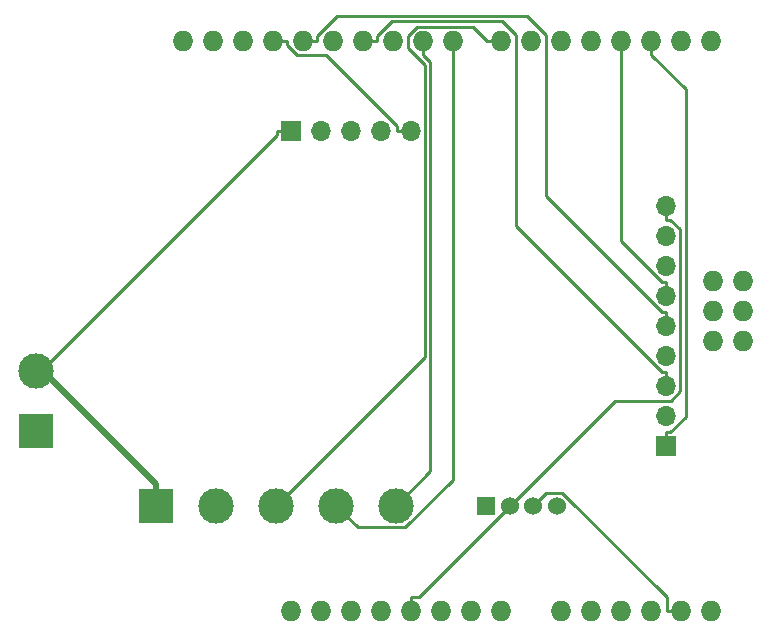
<source format=gbr>
%TF.GenerationSoftware,KiCad,Pcbnew,5.99.0+really5.1.10+dfsg1-1*%
%TF.CreationDate,2021-10-27T10:57:28+02:00*%
%TF.ProjectId,apico_shield,61706963-6f5f-4736-9869-656c642e6b69,rev?*%
%TF.SameCoordinates,Original*%
%TF.FileFunction,Copper,L2,Bot*%
%TF.FilePolarity,Positive*%
%FSLAX46Y46*%
G04 Gerber Fmt 4.6, Leading zero omitted, Abs format (unit mm)*
G04 Created by KiCad (PCBNEW 5.99.0+really5.1.10+dfsg1-1) date 2021-10-27 10:57:28*
%MOMM*%
%LPD*%
G01*
G04 APERTURE LIST*
%TA.AperFunction,ComponentPad*%
%ADD10O,1.727200X1.727200*%
%TD*%
%TA.AperFunction,ComponentPad*%
%ADD11C,3.000000*%
%TD*%
%TA.AperFunction,ComponentPad*%
%ADD12R,3.000000X3.000000*%
%TD*%
%TA.AperFunction,ComponentPad*%
%ADD13C,1.524000*%
%TD*%
%TA.AperFunction,ComponentPad*%
%ADD14R,1.524000X1.524000*%
%TD*%
%TA.AperFunction,ComponentPad*%
%ADD15O,1.700000X1.700000*%
%TD*%
%TA.AperFunction,ComponentPad*%
%ADD16R,1.700000X1.700000*%
%TD*%
%TA.AperFunction,Conductor*%
%ADD17C,0.250000*%
%TD*%
%TA.AperFunction,Conductor*%
%ADD18C,0.500000*%
%TD*%
G04 APERTURE END LIST*
D10*
%TO.P,APICO_UNO1,MISO*%
%TO.N,N/C*%
X177927000Y-96520000D03*
%TO.P,APICO_UNO1,A5*%
%TO.N,Net-(APICO_UNO1-PadA5)*%
X177800000Y-124460000D03*
%TO.P,APICO_UNO1,A4*%
%TO.N,Net-(APICO_UNO1-PadA4)*%
X175260000Y-124460000D03*
%TO.P,APICO_UNO1,A3*%
%TO.N,N/C*%
X172720000Y-124460000D03*
%TO.P,APICO_UNO1,A2*%
X170180000Y-124460000D03*
%TO.P,APICO_UNO1,A1*%
X167640000Y-124460000D03*
%TO.P,APICO_UNO1,*%
%TO.N,*%
X142240000Y-124460000D03*
%TO.P,APICO_UNO1,D11*%
%TO.N,Net-(APICO_UNO1-PadD11)*%
X148336000Y-76200000D03*
%TO.P,APICO_UNO1,D12*%
%TO.N,Net-(APICO_UNO1-PadD12)*%
X145796000Y-76200000D03*
%TO.P,APICO_UNO1,D13*%
%TO.N,Net-(APICO_UNO1-PadD13)*%
X143256000Y-76200000D03*
%TO.P,APICO_UNO1,AREF*%
%TO.N,N/C*%
X138176000Y-76200000D03*
%TO.P,APICO_UNO1,SDA*%
X135636000Y-76200000D03*
%TO.P,APICO_UNO1,SCL*%
X133096000Y-76200000D03*
%TO.P,APICO_UNO1,D10*%
X150876000Y-76200000D03*
%TO.P,APICO_UNO1,D9*%
%TO.N,Net-(APICO_UNO1-PadD9)*%
X153416000Y-76200000D03*
%TO.P,APICO_UNO1,D8*%
%TO.N,Net-(APICO_UNO1-PadD8)*%
X155956000Y-76200000D03*
%TO.P,APICO_UNO1,GND1*%
%TO.N,Net-(APICO_UNO1-PadGND1)*%
X140716000Y-76200000D03*
%TO.P,APICO_UNO1,D7*%
%TO.N,Net-(APICO_UNO1-PadD7)*%
X160020000Y-76200000D03*
%TO.P,APICO_UNO1,D6*%
%TO.N,Net-(APICO_UNO1-PadD6)*%
X162560000Y-76200000D03*
%TO.P,APICO_UNO1,D5*%
%TO.N,Net-(APICO_UNO1-PadD5)*%
X165100000Y-76200000D03*
%TO.P,APICO_UNO1,D4*%
%TO.N,Net-(APICO_UNO1-PadD4)*%
X167640000Y-76200000D03*
%TO.P,APICO_UNO1,D3*%
%TO.N,Net-(APICO_UNO1-PadD3)*%
X170180000Y-76200000D03*
%TO.P,APICO_UNO1,D2*%
%TO.N,Net-(APICO_UNO1-PadD2)*%
X172720000Y-76200000D03*
%TO.P,APICO_UNO1,D1*%
%TO.N,N/C*%
X175260000Y-76200000D03*
%TO.P,APICO_UNO1,D0*%
X177800000Y-76200000D03*
%TO.P,APICO_UNO1,IORF*%
X144780000Y-124460000D03*
%TO.P,APICO_UNO1,RST1*%
X147320000Y-124460000D03*
%TO.P,APICO_UNO1,3V3*%
X149860000Y-124460000D03*
%TO.P,APICO_UNO1,5V1*%
%TO.N,Net-(APICO_UNO1-Pad5V1)*%
X152400000Y-124460000D03*
%TO.P,APICO_UNO1,GND2*%
%TO.N,N/C*%
X154940000Y-124460000D03*
%TO.P,APICO_UNO1,GND3*%
X157480000Y-124460000D03*
%TO.P,APICO_UNO1,VIN*%
X160020000Y-124460000D03*
%TO.P,APICO_UNO1,A0*%
X165100000Y-124460000D03*
%TO.P,APICO_UNO1,5V2*%
X180467000Y-96520000D03*
%TO.P,APICO_UNO1,SCK*%
X177927000Y-99060000D03*
%TO.P,APICO_UNO1,MOSI*%
X180467000Y-99060000D03*
%TO.P,APICO_UNO1,GND4*%
X180467000Y-101600000D03*
%TO.P,APICO_UNO1,RST2*%
X177927000Y-101600000D03*
%TD*%
D11*
%TO.P,C3,2*%
%TO.N,Net-(APICO_UNO1-Pad5V1)*%
X120650000Y-104140000D03*
D12*
%TO.P,C3,1*%
%TO.N,Net-(APICO_UNO1-PadGND1)*%
X120650000Y-109220000D03*
%TD*%
D11*
%TO.P,C2,5*%
%TO.N,Net-(APICO_UNO1-PadD9)*%
X151130000Y-115570000D03*
%TO.P,C2,4*%
%TO.N,Net-(APICO_UNO1-PadD8)*%
X146050000Y-115570000D03*
D12*
%TO.P,C2,1*%
%TO.N,Net-(APICO_UNO1-Pad5V1)*%
X130810000Y-115570000D03*
D11*
%TO.P,C2,3*%
%TO.N,Net-(APICO_UNO1-PadD7)*%
X140970000Y-115570000D03*
%TO.P,C2,2*%
%TO.N,Net-(APICO_UNO1-PadGND1)*%
X135890000Y-115570000D03*
%TD*%
D13*
%TO.P,C1,4*%
%TO.N,Net-(APICO_UNO1-PadA5)*%
X164750000Y-115570000D03*
%TO.P,C1,3*%
%TO.N,Net-(APICO_UNO1-PadA4)*%
X162750000Y-115570000D03*
%TO.P,C1,2*%
%TO.N,Net-(APICO_UNO1-Pad5V1)*%
X160750000Y-115570000D03*
D14*
%TO.P,C1,1*%
%TO.N,Net-(APICO_UNO1-PadGND1)*%
X158750000Y-115570000D03*
%TD*%
D15*
%TO.P,b1,9*%
%TO.N,Net-(APICO_UNO1-Pad5V1)*%
X173990000Y-90170000D03*
%TO.P,b1,8*%
%TO.N,Net-(APICO_UNO1-PadGND1)*%
X173990000Y-92710000D03*
%TO.P,b1,7*%
%TO.N,N/C*%
X173990000Y-95250000D03*
%TO.P,b1,6*%
%TO.N,Net-(APICO_UNO1-PadD3)*%
X173990000Y-97790000D03*
%TO.P,b1,5*%
%TO.N,Net-(APICO_UNO1-PadD13)*%
X173990000Y-100330000D03*
%TO.P,b1,4*%
%TO.N,Net-(APICO_UNO1-PadD12)*%
X173990000Y-102870000D03*
%TO.P,b1,3*%
%TO.N,Net-(APICO_UNO1-PadD11)*%
X173990000Y-105410000D03*
%TO.P,b1,2*%
%TO.N,Net-(APICO_UNO1-PadD4)*%
X173990000Y-107950000D03*
D16*
%TO.P,b1,1*%
%TO.N,Net-(APICO_UNO1-PadD2)*%
X173990000Y-110490000D03*
%TD*%
D15*
%TO.P,b2,5*%
%TO.N,Net-(APICO_UNO1-PadGND1)*%
X152400000Y-83820000D03*
%TO.P,b2,4*%
%TO.N,Net-(APICO_UNO1-PadD5)*%
X149860000Y-83820000D03*
%TO.P,b2,3*%
%TO.N,Net-(APICO_UNO1-PadD6)*%
X147320000Y-83820000D03*
%TO.P,b2,2*%
%TO.N,Net-(APICO_UNO1-Pad5V1)*%
X144780000Y-83820000D03*
D16*
%TO.P,b2,1*%
X142240000Y-83820000D03*
%TD*%
D17*
%TO.N,Net-(APICO_UNO1-PadGND1)*%
X140716000Y-76200000D02*
X141904900Y-76200000D01*
X152400000Y-83820000D02*
X151224700Y-83820000D01*
X151224700Y-83820000D02*
X151224700Y-83452600D01*
X151224700Y-83452600D02*
X145161000Y-77388900D01*
X145161000Y-77388900D02*
X142722200Y-77388900D01*
X142722200Y-77388900D02*
X141904900Y-76571600D01*
X141904900Y-76571600D02*
X141904900Y-76200000D01*
%TO.N,Net-(APICO_UNO1-Pad5V1)*%
X173990000Y-90170000D02*
X173990000Y-91345300D01*
X160750000Y-115570000D02*
X169640000Y-106680000D01*
X169640000Y-106680000D02*
X174388400Y-106680000D01*
X174388400Y-106680000D02*
X175165300Y-105903100D01*
X175165300Y-105903100D02*
X175165300Y-92153200D01*
X175165300Y-92153200D02*
X174357400Y-91345300D01*
X174357400Y-91345300D02*
X173990000Y-91345300D01*
X152400000Y-123271100D02*
X153048900Y-123271100D01*
X153048900Y-123271100D02*
X160750000Y-115570000D01*
X142240000Y-83820000D02*
X141064700Y-83820000D01*
X121151700Y-104086400D02*
X121098100Y-104140000D01*
X121098100Y-104140000D02*
X120650000Y-104140000D01*
X141064700Y-83820000D02*
X141064700Y-84173400D01*
X141064700Y-84173400D02*
X121151700Y-104086400D01*
D18*
X130810000Y-113744700D02*
X121151700Y-104086400D01*
X130810000Y-115570000D02*
X130810000Y-113744700D01*
D17*
X152400000Y-124460000D02*
X152400000Y-123271100D01*
%TO.N,Net-(APICO_UNO1-PadD11)*%
X148336000Y-76200000D02*
X149524900Y-76200000D01*
X173990000Y-105410000D02*
X173990000Y-104234700D01*
X173990000Y-104234700D02*
X173622700Y-104234700D01*
X173622700Y-104234700D02*
X161249200Y-91861200D01*
X161249200Y-91861200D02*
X161249200Y-75742400D01*
X161249200Y-75742400D02*
X160067200Y-74560400D01*
X160067200Y-74560400D02*
X150793000Y-74560400D01*
X150793000Y-74560400D02*
X149524900Y-75828500D01*
X149524900Y-75828500D02*
X149524900Y-76200000D01*
%TO.N,Net-(APICO_UNO1-PadD13)*%
X143256000Y-76200000D02*
X144444900Y-76200000D01*
X173990000Y-100330000D02*
X173990000Y-99154700D01*
X173990000Y-99154700D02*
X173622700Y-99154700D01*
X173622700Y-99154700D02*
X163830000Y-89362000D01*
X163830000Y-89362000D02*
X163830000Y-75756300D01*
X163830000Y-75756300D02*
X162183700Y-74110000D01*
X162183700Y-74110000D02*
X146163400Y-74110000D01*
X146163400Y-74110000D02*
X144444900Y-75828500D01*
X144444900Y-75828500D02*
X144444900Y-76200000D01*
%TO.N,Net-(APICO_UNO1-PadD3)*%
X173990000Y-97790000D02*
X173990000Y-96614700D01*
X173990000Y-96614700D02*
X173622700Y-96614700D01*
X173622700Y-96614700D02*
X170180000Y-93172000D01*
X170180000Y-93172000D02*
X170180000Y-76200000D01*
%TO.N,Net-(APICO_UNO1-PadD2)*%
X172720000Y-76200000D02*
X172720000Y-77388900D01*
X173990000Y-110490000D02*
X173990000Y-109314700D01*
X173990000Y-109314700D02*
X174357300Y-109314700D01*
X174357300Y-109314700D02*
X175638100Y-108033900D01*
X175638100Y-108033900D02*
X175638100Y-80307000D01*
X175638100Y-80307000D02*
X172720000Y-77388900D01*
%TO.N,Net-(APICO_UNO1-PadA4)*%
X175260000Y-124460000D02*
X174071100Y-124460000D01*
X162750000Y-115570000D02*
X163856300Y-114463700D01*
X163856300Y-114463700D02*
X165189400Y-114463700D01*
X165189400Y-114463700D02*
X174071100Y-123345400D01*
X174071100Y-123345400D02*
X174071100Y-124460000D01*
%TO.N,Net-(APICO_UNO1-PadD9)*%
X153416000Y-77388900D02*
X154026800Y-77999700D01*
X154026800Y-77999700D02*
X154026800Y-112673200D01*
X154026800Y-112673200D02*
X151130000Y-115570000D01*
X153416000Y-76200000D02*
X153416000Y-77388900D01*
%TO.N,Net-(APICO_UNO1-PadD8)*%
X146050000Y-115570000D02*
X147896500Y-117416500D01*
X147896500Y-117416500D02*
X151901700Y-117416500D01*
X151901700Y-117416500D02*
X155956000Y-113362200D01*
X155956000Y-113362200D02*
X155956000Y-76200000D01*
%TO.N,Net-(APICO_UNO1-PadD7)*%
X160020000Y-76200000D02*
X158831100Y-76200000D01*
X140970000Y-115570000D02*
X153575400Y-102964600D01*
X153575400Y-102964600D02*
X153575400Y-78286800D01*
X153575400Y-78286800D02*
X152146000Y-76857400D01*
X152146000Y-76857400D02*
X152146000Y-75775400D01*
X152146000Y-75775400D02*
X152910300Y-75011100D01*
X152910300Y-75011100D02*
X157642200Y-75011100D01*
X157642200Y-75011100D02*
X158831100Y-76200000D01*
%TD*%
M02*

</source>
